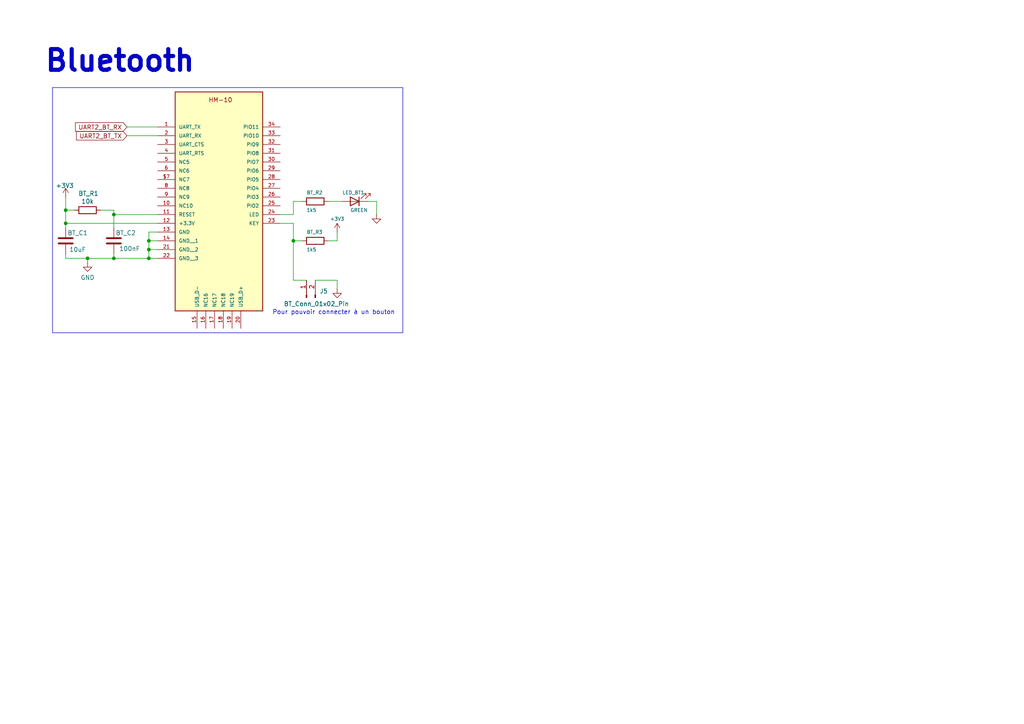
<source format=kicad_sch>
(kicad_sch (version 20231120) (generator "eeschema") (generator_version "8.0")
  (paper "A4")
  (title_block (title "Bluetooth") (date "2024-11-09") (company "GAUL"))
  (lib_symbols
    (symbol "Connector:Conn_01x02_Pin" (pin_names (offset 1.016) hide)
      (property "Reference" "J" (at 0 2.54 0))
      (property "Value" "Conn_01x02_Pin" (at 0 -5.08 0))
      (symbol "Conn_01x02_Pin_1_1"
        (polyline (pts (xy 1.27 -2.54) (xy 0.8636 -2.54)) (stroke (width 0.1524)))
        (polyline (pts (xy 1.27 0) (xy 0.8636 0)) (stroke (width 0.1524)))
        (rectangle (start 0.8636 -2.413) (end 0 -2.667) (stroke (width 0.1524)) (fill (type outline)))
        (rectangle (start 0.8636 0.127) (end 0 -0.127) (stroke (width 0.1524)) (fill (type outline)))
        (pin passive line (at 5.08 0 180) (length 3.81) (name "Pin_1") (number "1"))
        (pin passive line (at 5.08 -2.54 180) (length 3.81) (name "Pin_2") (number "2"))
      )
    )
    (symbol "Device:C" (pin_numbers hide) (pin_names (offset 0.254))
      (property "Reference" "C" (at 0.635 2.54 0))
      (property "Value" "C" (at 0.635 -2.54 0))
      (symbol "C_0_1"
        (polyline (pts (xy -2.032 -0.762) (xy 2.032 -0.762)) (stroke (width 0.508)))
        (polyline (pts (xy -2.032 0.762) (xy 2.032 0.762)) (stroke (width 0.508)))
      )
      (symbol "C_1_1"
        (pin passive line (at 0 3.81 270) (length 2.794) (name "~") (number "1"))
        (pin passive line (at 0 -3.81 90) (length 2.794) (name "~") (number "2"))
      )
    )
    (symbol "Device:LED" (pin_numbers hide) (pin_names (offset 1.016) hide)
      (property "Reference" "D" (at 0 2.54 0))
      (property "Value" "LED" (at 0 -2.54 0))
      (symbol "LED_0_1"
        (polyline (pts (xy -1.27 -1.27) (xy -1.27 1.27)) (stroke (width 0.254)))
        (polyline (pts (xy -1.27 0) (xy 1.27 0)))
        (polyline (pts (xy 1.27 -1.27) (xy 1.27 1.27) (xy -1.27 0) (xy 1.27 -1.27)) (stroke (width 0.254)))
        (polyline (pts (xy -3.048 -0.762) (xy -4.572 -2.286) (xy -3.81 -2.286) (xy -4.572 -2.286) (xy -4.572 -1.524)))
        (polyline (pts (xy -1.778 -0.762) (xy -3.302 -2.286) (xy -2.54 -2.286) (xy -3.302 -2.286) (xy -3.302 -1.524)))
      )
      (symbol "LED_1_1"
        (pin passive line (at -3.81 0 0) (length 2.54) (name "K") (number "1"))
        (pin passive line (at 3.81 0 180) (length 2.54) (name "A") (number "2"))
      )
    )
    (symbol "Device:R" (pin_numbers hide) (pin_names (offset 0))
      (property "Reference" "R" (at 2.032 0 90))
      (property "Value" "R" (at 0 0 90))
      (symbol "R_0_1"
        (rectangle (start -1.016 -2.54) (end 1.016 2.54) (stroke (width 0.254)))
      )
      (symbol "R_1_1"
        (pin passive line (at 0 3.81 270) (length 1.27) (name "~") (number "1"))
        (pin passive line (at 0 -3.81 90) (length 1.27) (name "~") (number "2"))
      )
    )
    (symbol "ODB_Lib:HM-10" (pin_names (offset 1.016))
      (symbol "HM-10_0_0"
        (rectangle (start 0 -63.5) (end 25.4 0) (stroke (width 0.254)) (fill (type background)))
        (pin bidirectional line (at -5.08 -25.4 0) (length 5.08) (name "NC7") (number "$7"))
        (pin bidirectional line (at -5.08 -10.16 0) (length 5.08) (name "UART_TX") (number "1"))
        (pin bidirectional line (at -5.08 -33.02 0) (length 5.08) (name "NC10") (number "10"))
        (pin bidirectional line (at -5.08 -35.56 0) (length 5.08) (name "RESET") (number "11"))
        (pin bidirectional line (at -5.08 -38.1 0) (length 5.08) (name "+3.3V") (number "12"))
        (pin bidirectional line (at -5.08 -40.64 0) (length 5.08) (name "GND") (number "13"))
        (pin bidirectional line (at -5.08 -43.18 0) (length 5.08) (name "GND__1") (number "14"))
        (pin bidirectional line (at 6.35 -68.58 90) (length 5.08) (name "USB_D-") (number "15"))
        (pin bidirectional line (at 8.89 -68.58 90) (length 5.08) (name "NC16") (number "16"))
        (pin bidirectional line (at 11.43 -68.58 90) (length 5.08) (name "NC17") (number "17"))
        (pin bidirectional line (at 13.97 -68.58 90) (length 5.08) (name "NC18") (number "18"))
        (pin bidirectional line (at 16.51 -68.58 90) (length 5.08) (name "NC19") (number "19"))
        (pin bidirectional line (at -5.08 -12.7 0) (length 5.08) (name "UART_RX") (number "2"))
        (pin bidirectional line (at 19.05 -68.58 90) (length 5.08) (name "USB_D+") (number "20"))
        (pin bidirectional line (at -5.08 -45.72 0) (length 5.08) (name "GND__2") (number "21"))
        (pin bidirectional line (at -5.08 -48.26 0) (length 5.08) (name "GND__3") (number "22"))
        (pin bidirectional line (at 30.48 -38.1 180) (length 5.08) (name "KEY") (number "23"))
        (pin bidirectional line (at 30.48 -35.56 180) (length 5.08) (name "LED") (number "24"))
        (pin bidirectional line (at 30.48 -33.02 180) (length 5.08) (name "PIO2") (number "25"))
        (pin bidirectional line (at 30.48 -30.48 180) (length 5.08) (name "PIO3") (number "26"))
        (pin bidirectional line (at 30.48 -27.94 180) (length 5.08) (name "PIO4") (number "27"))
        (pin bidirectional line (at 30.48 -25.4 180) (length 5.08) (name "PIO5") (number "28"))
        (pin bidirectional line (at 30.48 -22.86 180) (length 5.08) (name "PIO6") (number "29"))
        (pin bidirectional line (at -5.08 -15.24 0) (length 5.08) (name "UART_CTS") (number "3"))
        (pin bidirectional line (at 30.48 -20.32 180) (length 5.08) (name "PIO7") (number "30"))
        (pin bidirectional line (at 30.48 -17.78 180) (length 5.08) (name "PIO8") (number "31"))
        (pin bidirectional line (at 30.48 -15.24 180) (length 5.08) (name "PIO9") (number "32"))
        (pin bidirectional line (at 30.48 -12.7 180) (length 5.08) (name "PIO10") (number "33"))
        (pin bidirectional line (at 30.48 -10.16 180) (length 5.08) (name "PIO11") (number "34"))
        (pin bidirectional line (at -5.08 -17.78 0) (length 5.08) (name "UART_RTS") (number "4"))
        (pin bidirectional line (at -5.08 -20.32 0) (length 5.08) (name "NC5") (number "5"))
        (pin bidirectional line (at -5.08 -22.86 0) (length 5.08) (name "NC6") (number "6"))
        (pin bidirectional line (at -5.08 -27.94 0) (length 5.08) (name "NC8") (number "8"))
        (pin bidirectional line (at -5.08 -30.48 0) (length 5.08) (name "NC9") (number "9"))
      )
      (symbol "HM-10_1_0"
        (text "HM-10" (at 9.652 -3.048 0) (effects (font (size 1.27 1.27)) (justify left bottom)))
      )
    )
    (symbol "power:+3V3" (power) (pin_numbers hide) (pin_names (offset 0) hide)
      (property "Value" "+3V3" (at 0 3.556 0))
      (symbol "+3V3_0_1"
        (polyline (pts (xy -0.762 1.27) (xy 0 2.54)))
        (polyline (pts (xy 0 0) (xy 0 2.54)))
        (polyline (pts (xy 0 2.54) (xy 0.762 1.27)))
      )
      (symbol "+3V3_1_1"
        (pin power_in line (at 0 0 90) (length 0) (name "~") (number "1"))
      )
    )
    (symbol "power:GND" (power) (pin_numbers hide) (pin_names (offset 0) hide)
      (property "Value" "GND" (at 0 -3.81 0))
      (symbol "GND_0_1"
        (polyline (pts (xy 0 0) (xy 0 -1.27) (xy 1.27 -1.27) (xy 0 -2.54) (xy -1.27 -1.27) (xy 0 -1.27)))
      )
      (symbol "GND_1_1"
        (pin power_in line (at 0 0 270) (length 0) (name "~") (number "1"))
      )
    )
  )
  (junction (at 43.18 74.93))
  (junction (at 33.02 74.93))
  (junction (at 25.4 74.93))
  (junction (at 43.18 72.39))
  (junction (at 19.05 60.96))
  (junction (at 19.05 64.77))
  (junction (at 33.02 62.23))
  (junction (at 85.09 69.85))
  (junction (at 43.18 69.85))
  (wire (pts (xy 43.18 72.39) (xy 43.18 74.93)))
  (wire (pts (xy 43.18 69.85) (xy 43.18 67.31)))
  (wire (pts (xy 95.25 69.85) (xy 97.79 69.85)))
  (wire (pts (xy 36.83 36.83) (xy 45.72 36.83)))
  (wire (pts (xy 25.4 74.93) (xy 33.02 74.93)))
  (wire (pts (xy 95.25 58.42) (xy 99.06 58.42)))
  (wire (pts (xy 97.79 69.85) (xy 97.79 67.31)))
  (wire (pts (xy 43.18 72.39) (xy 43.18 69.85)))
  (wire (pts (xy 85.09 69.85) (xy 85.09 81.28)))
  (wire (pts (xy 19.05 57.15) (xy 19.05 60.96)))
  (wire (pts (xy 33.02 74.93) (xy 33.02 73.66)))
  (wire (pts (xy 45.72 72.39) (xy 43.18 72.39)))
  (wire (pts (xy 33.02 62.23) (xy 45.72 62.23)))
  (wire (pts (xy 19.05 60.96) (xy 21.59 60.96)))
  (wire (pts (xy 33.02 74.93) (xy 43.18 74.93)))
  (wire (pts (xy 109.22 58.42) (xy 109.22 62.23)))
  (wire (pts (xy 85.09 62.23) (xy 81.28 62.23)))
  (wire (pts (xy 19.05 74.93) (xy 19.05 73.66)))
  (wire (pts (xy 45.72 69.85) (xy 43.18 69.85)))
  (wire (pts (xy 33.02 60.96) (xy 33.02 62.23)))
  (wire (pts (xy 19.05 64.77) (xy 45.72 64.77)))
  (wire (pts (xy 45.72 74.93) (xy 43.18 74.93)))
  (wire (pts (xy 81.28 64.77) (xy 85.09 64.77)))
  (wire (pts (xy 19.05 60.96) (xy 19.05 64.77)))
  (wire (pts (xy 85.09 69.85) (xy 87.63 69.85)))
  (wire (pts (xy 91.44 81.28) (xy 97.79 81.28)))
  (wire (pts (xy 97.79 81.28) (xy 97.79 83.82)))
  (wire (pts (xy 85.09 81.28) (xy 88.9 81.28)))
  (wire (pts (xy 85.09 64.77) (xy 85.09 69.85)))
  (wire (pts (xy 33.02 62.23) (xy 33.02 66.04)))
  (wire (pts (xy 43.18 67.31) (xy 45.72 67.31)))
  (wire (pts (xy 29.21 60.96) (xy 33.02 60.96)))
  (wire (pts (xy 85.09 58.42) (xy 87.63 58.42)))
  (wire (pts (xy 19.05 74.93) (xy 25.4 74.93)))
  (wire (pts (xy 106.68 58.42) (xy 109.22 58.42)))
  (wire (pts (xy 25.4 76.2) (xy 25.4 74.93)))
  (wire (pts (xy 19.05 64.77) (xy 19.05 66.04)))
  (wire (pts (xy 85.09 58.42) (xy 85.09 62.23)))
  (wire (pts (xy 36.83 39.37) (xy 45.72 39.37)))
  (rectangle (start 15.24 25.4) (end 116.84 96.52))
  (text "Bluetooth" (at 34.798 17.78 0) (effects (font (size 6 6) (thickness 1.2) (bold yes))))
  (text "Pour pouvoir connecter à un bouton" (at 96.774 90.678 0) (effects (font (size 1.27 1.27))))
  (global_label "UART2_BT_RX" (shape input) (at 36.83 36.83 180) (property "Intersheetrefs" "${INTERSHEET_REFS}" (effects (hide yes))))
  (global_label "UART2_BT_TX" (shape input) (at 36.83 39.37 180) (property "Intersheetrefs" "${INTERSHEET_REFS}" (effects (hide yes))))
  (symbol (lib_id "Device:R") (at 25.4 60.96 270) (unit 1)
    (property "Reference" "BT_R1" (at 25.654 56.134 90))
    (property "Value" "10k" (at 25.4 58.42 90))
    (property "Description" "Resistor" (effects (hide yes)))
  )
  (symbol (lib_id "Device:R") (at 91.44 69.85 90) (unit 1)
    (property "Reference" "BT_R3" (at 88.9 67.31 90) (effects (font (size 1 1)) (justify right)))
    (property "Value" "1k5" (at 88.9 72.39 90) (effects (font (size 1 1)) (justify right)))
    (property "Footprint" "Resistor_SMD:R_0805_2012Metric" (effects (hide yes)))
  )
  (symbol (lib_id "Device:R") (at 91.44 58.42 90) (unit 1)
    (property "Reference" "BT_R2" (at 88.9 55.88 90) (effects (font (size 1 1)) (justify right)))
    (property "Value" "1k5" (at 88.9 60.96 90) (effects (font (size 1 1)) (justify right)))
    (property "Footprint" "Resistor_SMD:R_0805_2012Metric" (effects (hide yes)))
  )
  (symbol (lib_id "Connector:Conn_01x02_Pin") (at 88.9 86.36 90) (unit 1)
    (property "Reference" "J5" (at 92.71 84.4549 90) (effects (justify right)))
    (property "Value" "BT_Conn_01x02_Pin" (at 82.296 88.138 90) (effects (justify right)))
    (property "Description" "Generic connector, single row, 01x02, script generated" (effects (hide yes)))
  )
  (symbol (lib_id "power:+3V3") (at 97.79 67.31 0) (unit 1)
    (property "Reference" "#PWR064" (effects (hide yes)))
    (property "Value" "+3V3" (at 97.79 63.5 0) (effects (font (size 1 1))))
  )
  (symbol (lib_id "Device:C") (at 19.05 69.85 0) (unit 1)
    (property "Reference" "BT_C1" (at 19.558 67.564 0) (effects (justify left)))
    (property "Value" "10uF" (at 20.066 72.39 0) (effects (justify left)))
    (property "Description" "Unpolarized capacitor" (effects (hide yes)))
  )
  (symbol (lib_id "power:GND") (at 97.79 83.82 0) (unit 1)
    (property "Reference" "#PWR065" (effects (hide yes)))
    (property "Value" "GND" (effects (hide yes)))
  )
  (symbol (lib_id "power:GND") (at 109.22 62.23 0) (unit 1)
    (property "Reference" "#PWR066" (effects (hide yes)))
    (property "Value" "GND" (effects (hide yes)))
  )
  (symbol (lib_id "Device:LED") (at 102.87 58.42 180) (unit 1)
    (property "Reference" "LED_BT1" (at 99.314 55.88 0) (effects (font (size 1 1)) (justify right)))
    (property "Value" "GREEN" (at 101.6 60.96 0) (effects (font (size 1 1)) (justify right)))
    (property "Footprint" "LED_SMD:LED_0805_2012Metric" (effects (hide yes)))
  )
  (symbol (lib_id "ODB_Lib:HM-10") (at 50.8 26.67 0) (unit 1)
    (property "Reference" "E1" (effects (hide yes)))
    (property "Value" "HM-10" (effects (hide yes)))
    (property "Footprint" "HM-10:26.9X13X2.2_BOARD" (effects (hide yes)))
    (property "MF" "Jinan Huamao Technology" (effects (hide yes)))
    (property "Description_1" "\n                        \n                            Bluetooth 4.0 module with 4pin base board that can support iphone4s or later.\n                        \n" (effects (hide yes)))
    (property "Package" "Package" (effects (hide yes)))
    (property "Price" "None" (effects (hide yes)))
    (property "SnapEDA_Link" "https://www.snapeda.com/parts/HM-10/Jinan+Huamao+Technology/view-part/?ref=snap" (effects (hide yes)))
    (property "MP" "HM-10" (effects (hide yes)))
    (property "Availability" "Not in stock" (effects (hide yes)))
    (property "Check_prices" "https://www.snapeda.com/parts/HM-10/Jinan+Huamao+Technology/view-part/?ref=eda" (effects (hide yes)))
  )
  (symbol (lib_id "Device:C") (at 33.02 69.85 0) (unit 1)
    (property "Reference" "BT_C2" (at 33.528 67.564 0) (effects (justify left)))
    (property "Value" "100nF" (at 34.544 72.136 0) (effects (justify left)))
    (property "Description" "Unpolarized capacitor" (effects (hide yes)))
  )
  (symbol (lib_id "power:+3V3") (at 19.05 57.15 0) (unit 1)
    (property "Reference" "#PWR062" (effects (hide yes)))
    (property "Value" "+3V3" (at 18.796 53.848 0))
    (property "Description" "Power symbol creates a global label with name \"+3V3\"" (effects (hide yes)))
  )
  (symbol (lib_id "power:GND") (at 25.4 76.2 0) (unit 1)
    (property "Reference" "#PWR063" (effects (hide yes)))
    (property "Value" "GND" (at 25.4 80.518 0))
    (property "Description" "Power symbol creates a global label with name \"GND\" , ground" (effects (hide yes)))
  )
)
</source>
